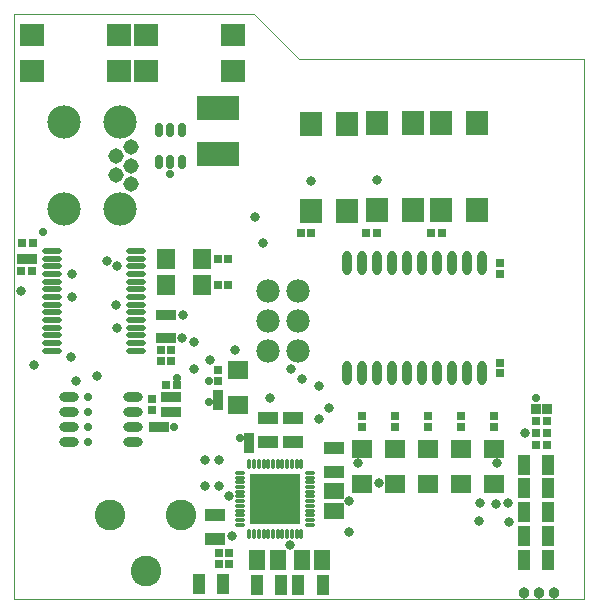
<source format=gts>
G04*
G04 #@! TF.GenerationSoftware,Altium Limited,Altium Designer,19.1.8 (144)*
G04*
G04 Layer_Color=8388736*
%FSLAX25Y25*%
%MOIN*%
G70*
G01*
G75*
%ADD16C,0.00050*%
%ADD17C,0.00000*%
%ADD38R,0.16745X0.16745*%
%ADD39O,0.01181X0.03740*%
%ADD40O,0.03740X0.01181*%
%ADD41O,0.06496X0.02165*%
%ADD42R,0.08280X0.07493*%
%ADD43R,0.07493X0.08280*%
%ADD44R,0.14186X0.08280*%
%ADD45R,0.06300X0.07100*%
%ADD46R,0.07100X0.06300*%
%ADD47R,0.02965X0.02965*%
%ADD48R,0.06509X0.04343*%
%ADD49R,0.02965X0.02965*%
%ADD50R,0.03398X0.03241*%
%ADD51R,0.04343X0.06509*%
%ADD52R,0.03241X0.03398*%
%ADD53R,0.05406X0.06587*%
%ADD54R,0.06587X0.05406*%
%ADD55O,0.06509X0.03162*%
%ADD56O,0.03162X0.08083*%
%ADD57O,0.02769X0.04737*%
%ADD58C,0.05150*%
%ADD59O,0.11099X0.11099*%
%ADD60C,0.11099*%
%ADD61C,0.07800*%
%ADD62C,0.10249*%
%ADD63C,0.03300*%
%ADD64C,0.03800*%
%ADD65C,0.02900*%
D16*
X0Y0D02*
X190000D01*
Y180000D01*
X95000D02*
X190000D01*
X80000Y195000D02*
X95000Y180000D01*
X0Y195000D02*
X80000D01*
X0Y0D02*
Y195000D01*
D17*
X38941Y128425D02*
Y131575D01*
X31461D02*
X38941D01*
X31461Y128425D02*
Y131575D01*
Y128425D02*
X38941D01*
X20240Y157559D02*
Y160709D01*
X12760D02*
X20240D01*
X12760Y157559D02*
Y160709D01*
Y157559D02*
X20240D01*
X38941D02*
Y160709D01*
X31461D02*
X38941D01*
X31461Y157559D02*
Y160709D01*
Y157559D02*
X38941D01*
X20240Y128425D02*
Y131575D01*
X12760D02*
X20240D01*
X12760Y128425D02*
Y131575D01*
Y128425D02*
X20240D01*
D38*
X87000Y33500D02*
D03*
D39*
X78339Y45213D02*
D03*
X79913D02*
D03*
X81488D02*
D03*
X83063D02*
D03*
X84638D02*
D03*
X86213D02*
D03*
X87787D02*
D03*
X89362D02*
D03*
X90937D02*
D03*
X92512D02*
D03*
X94087D02*
D03*
X95661D02*
D03*
Y21787D02*
D03*
X94087D02*
D03*
X92512D02*
D03*
X90937D02*
D03*
X89362D02*
D03*
X87787D02*
D03*
X86213D02*
D03*
X84638D02*
D03*
X83063D02*
D03*
X81488D02*
D03*
X79913D02*
D03*
X78339D02*
D03*
D40*
X98713Y42161D02*
D03*
Y40587D02*
D03*
Y39012D02*
D03*
Y37437D02*
D03*
Y35862D02*
D03*
Y34287D02*
D03*
Y32713D02*
D03*
Y31138D02*
D03*
Y29563D02*
D03*
Y27988D02*
D03*
Y26413D02*
D03*
Y24839D02*
D03*
X75287D02*
D03*
Y26413D02*
D03*
Y27988D02*
D03*
Y29563D02*
D03*
Y31138D02*
D03*
Y32713D02*
D03*
Y34287D02*
D03*
Y35862D02*
D03*
Y37437D02*
D03*
Y39012D02*
D03*
Y40587D02*
D03*
Y42161D02*
D03*
D41*
X12525Y116134D02*
D03*
Y113575D02*
D03*
Y111016D02*
D03*
Y108457D02*
D03*
Y105898D02*
D03*
Y103339D02*
D03*
Y100779D02*
D03*
Y98220D02*
D03*
Y95661D02*
D03*
Y93102D02*
D03*
Y90543D02*
D03*
Y87984D02*
D03*
Y85425D02*
D03*
Y82866D02*
D03*
X40675Y116134D02*
D03*
Y113575D02*
D03*
Y111016D02*
D03*
Y108457D02*
D03*
Y105898D02*
D03*
Y103339D02*
D03*
Y100779D02*
D03*
Y98220D02*
D03*
Y95661D02*
D03*
Y93102D02*
D03*
Y90543D02*
D03*
Y87984D02*
D03*
Y85425D02*
D03*
Y82866D02*
D03*
D42*
X5826Y188177D02*
D03*
Y176177D02*
D03*
X34826Y188177D02*
D03*
Y176177D02*
D03*
X44026Y188177D02*
D03*
Y176177D02*
D03*
X73026Y188177D02*
D03*
Y176177D02*
D03*
D43*
X142323Y129826D02*
D03*
X154323D02*
D03*
X142323Y158826D02*
D03*
X154323D02*
D03*
X120923Y129626D02*
D03*
X132923D02*
D03*
X120923Y158626D02*
D03*
X132923D02*
D03*
X98923Y129526D02*
D03*
X110923D02*
D03*
X98923Y158526D02*
D03*
X110923D02*
D03*
D44*
X68000Y163677D02*
D03*
Y148323D02*
D03*
D45*
X50600Y104900D02*
D03*
X62400D02*
D03*
X50600Y113400D02*
D03*
X62400D02*
D03*
D46*
X159900Y38300D02*
D03*
Y50100D02*
D03*
X148900Y38300D02*
D03*
Y50100D02*
D03*
X137900Y38300D02*
D03*
Y50100D02*
D03*
X126900Y38300D02*
D03*
Y50100D02*
D03*
X115900Y38300D02*
D03*
Y50100D02*
D03*
X74500Y76400D02*
D03*
Y64600D02*
D03*
D47*
X115900Y57428D02*
D03*
Y60972D02*
D03*
X68000Y72857D02*
D03*
Y76400D02*
D03*
X45900Y63128D02*
D03*
Y66672D02*
D03*
X137900Y60972D02*
D03*
Y57428D02*
D03*
X126900Y60972D02*
D03*
Y57428D02*
D03*
X148900Y60972D02*
D03*
Y57428D02*
D03*
X159900Y60972D02*
D03*
Y57428D02*
D03*
X162000Y75294D02*
D03*
Y78838D02*
D03*
Y112106D02*
D03*
Y108562D02*
D03*
D48*
X106600Y50535D02*
D03*
Y42465D02*
D03*
X67000Y19965D02*
D03*
Y28035D02*
D03*
X92800Y60435D02*
D03*
Y52365D02*
D03*
X84700Y60371D02*
D03*
Y52300D02*
D03*
D49*
X2378Y109500D02*
D03*
X5922D02*
D03*
X2528Y118700D02*
D03*
X6072D02*
D03*
X142472Y122200D02*
D03*
X138928D02*
D03*
X120872Y122100D02*
D03*
X117328D02*
D03*
X98972D02*
D03*
X95428D02*
D03*
X52272Y79500D02*
D03*
X48728D02*
D03*
X52272Y83000D02*
D03*
X48728D02*
D03*
X177472Y51400D02*
D03*
X173928D02*
D03*
X177472Y55400D02*
D03*
X173928D02*
D03*
X71672Y15300D02*
D03*
X68128D02*
D03*
X68128Y11600D02*
D03*
X71672D02*
D03*
X177472Y59400D02*
D03*
X173928D02*
D03*
X67828Y113400D02*
D03*
X71372D02*
D03*
X67828Y104900D02*
D03*
X71372D02*
D03*
X50528Y71400D02*
D03*
X54072D02*
D03*
D50*
X2468Y113575D02*
D03*
X5932D02*
D03*
X177432Y63400D02*
D03*
X173968D02*
D03*
X52332Y94900D02*
D03*
X48868D02*
D03*
X52232Y87000D02*
D03*
X48768D02*
D03*
X54032Y67400D02*
D03*
X50568D02*
D03*
X54032Y62400D02*
D03*
X50568D02*
D03*
X50032Y57400D02*
D03*
X46568D02*
D03*
D51*
X169865Y44900D02*
D03*
X177935D02*
D03*
X169893Y37000D02*
D03*
X177964D02*
D03*
X169965Y29000D02*
D03*
X178035D02*
D03*
X169965Y21000D02*
D03*
X178035D02*
D03*
X169965Y13000D02*
D03*
X178035D02*
D03*
X102735Y4900D02*
D03*
X94665D02*
D03*
X80765D02*
D03*
X88835D02*
D03*
X61465Y5000D02*
D03*
X69535D02*
D03*
D52*
X68000Y64600D02*
D03*
Y68065D02*
D03*
X78300Y53732D02*
D03*
Y50268D02*
D03*
D53*
X80875Y13000D02*
D03*
X87725D02*
D03*
X102625D02*
D03*
X95775D02*
D03*
D54*
X106600Y29275D02*
D03*
Y36125D02*
D03*
D55*
X39528Y52400D02*
D03*
Y57400D02*
D03*
Y62400D02*
D03*
Y67400D02*
D03*
X18072Y52400D02*
D03*
Y57400D02*
D03*
Y62400D02*
D03*
Y67400D02*
D03*
D56*
X110900Y75295D02*
D03*
X115900D02*
D03*
X120900D02*
D03*
X125900D02*
D03*
X130900D02*
D03*
X135900D02*
D03*
X140900D02*
D03*
X145900D02*
D03*
X150900D02*
D03*
X155900Y75295D02*
D03*
X110900Y112106D02*
D03*
X115900D02*
D03*
X120900D02*
D03*
X125900D02*
D03*
X130900D02*
D03*
X135900D02*
D03*
X140900D02*
D03*
X145900D02*
D03*
X150900D02*
D03*
X155900D02*
D03*
D57*
X55740Y156315D02*
D03*
X52000D02*
D03*
X48260D02*
D03*
X55740Y145685D02*
D03*
X52000D02*
D03*
X48260D02*
D03*
D58*
X38744Y150866D02*
D03*
Y144567D02*
D03*
Y138268D02*
D03*
X34020Y147716D02*
D03*
Y141417D02*
D03*
D59*
X16500Y159134D02*
D03*
X35201D02*
D03*
Y130000D02*
D03*
D60*
X16500D02*
D03*
D61*
X94400Y82600D02*
D03*
X84400D02*
D03*
X94400Y92600D02*
D03*
X84400D02*
D03*
X94400Y102600D02*
D03*
X84400D02*
D03*
D62*
X55500Y28000D02*
D03*
X32000D02*
D03*
X43780Y9496D02*
D03*
D63*
X92905Y27595D02*
D03*
X88968D02*
D03*
X85031D02*
D03*
X81094D02*
D03*
Y31532D02*
D03*
X92905D02*
D03*
Y35469D02*
D03*
Y39406D02*
D03*
X88968D02*
D03*
X85031D02*
D03*
X81094D02*
D03*
Y35469D02*
D03*
X88968Y31532D02*
D03*
X85031D02*
D03*
X88968Y35469D02*
D03*
X85031D02*
D03*
X121400Y38900D02*
D03*
X114400Y45400D02*
D03*
X59900Y85900D02*
D03*
Y76800D02*
D03*
X18800Y80800D02*
D03*
X6500Y78000D02*
D03*
X2200Y102700D02*
D03*
X155300Y32200D02*
D03*
X160500Y31727D02*
D03*
X164900Y25800D02*
D03*
X154772Y26072D02*
D03*
X164700Y32000D02*
D03*
X170300Y55400D02*
D03*
X161000Y45400D02*
D03*
X20400Y72900D02*
D03*
X27700Y74300D02*
D03*
X101700Y71000D02*
D03*
X92300Y76800D02*
D03*
X95800Y73503D02*
D03*
X85300Y67200D02*
D03*
X63400Y46500D02*
D03*
Y37700D02*
D03*
X68100Y46500D02*
D03*
Y37800D02*
D03*
X71700Y34400D02*
D03*
X111600Y22500D02*
D03*
X65200Y79800D02*
D03*
X82800Y118900D02*
D03*
X80300Y127300D02*
D03*
X120923Y139677D02*
D03*
X98923Y139577D02*
D03*
X73500Y83000D02*
D03*
X56100Y94900D02*
D03*
X104900Y63600D02*
D03*
X101400Y60100D02*
D03*
X91750Y18050D02*
D03*
X72500Y21100D02*
D03*
X19200Y108400D02*
D03*
X30750Y112750D02*
D03*
X111600Y32700D02*
D03*
X56000Y87000D02*
D03*
X34100Y90543D02*
D03*
X34000Y98220D02*
D03*
X34100Y111016D02*
D03*
X19200Y100779D02*
D03*
D64*
X179800Y2200D02*
D03*
X175000D02*
D03*
X169965D02*
D03*
D65*
X159900Y38300D02*
D03*
X169865Y44900D02*
D03*
X177935D02*
D03*
X54100Y73900D02*
D03*
X177964Y37000D02*
D03*
X169893D02*
D03*
X174000Y67000D02*
D03*
X106600Y50535D02*
D03*
X9600Y122500D02*
D03*
X75200Y53700D02*
D03*
X53200Y57400D02*
D03*
X64900Y65700D02*
D03*
X65000Y72900D02*
D03*
X110923Y158526D02*
D03*
X73026Y188177D02*
D03*
X44026D02*
D03*
X34826D02*
D03*
X5826D02*
D03*
X132923Y158626D02*
D03*
X154323Y158826D02*
D03*
Y129826D02*
D03*
X132923Y129626D02*
D03*
X110923Y129526D02*
D03*
X120923Y129626D02*
D03*
X98923Y129526D02*
D03*
X106600Y42465D02*
D03*
X88835Y4900D02*
D03*
X94665D02*
D03*
X178000Y13000D02*
D03*
Y21000D02*
D03*
Y29000D02*
D03*
X69535Y5000D02*
D03*
X92800Y60435D02*
D03*
X84700Y60371D02*
D03*
X126900Y38300D02*
D03*
X137900D02*
D03*
X148900D02*
D03*
X115900D02*
D03*
X102735Y4900D02*
D03*
X80765D02*
D03*
X67000Y19965D02*
D03*
X24500Y52400D02*
D03*
Y57400D02*
D03*
Y62400D02*
D03*
Y67300D02*
D03*
X52000Y141600D02*
D03*
M02*

</source>
